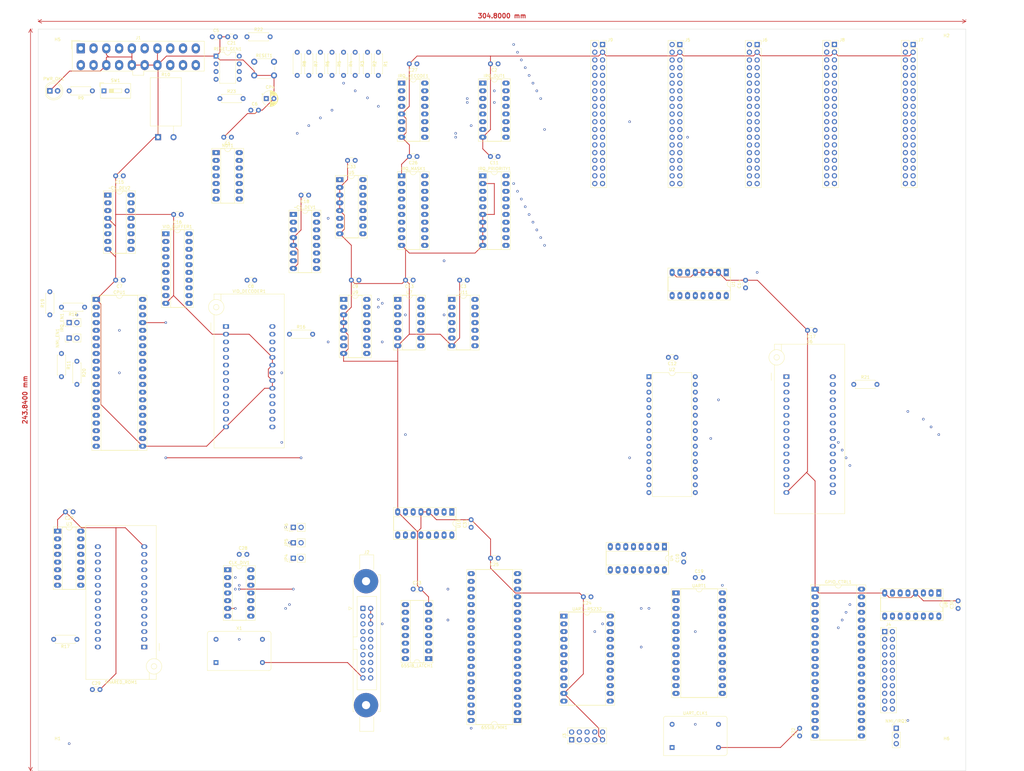
<source format=kicad_pcb>
(kicad_pcb (version 20211014) (generator pcbnew)
  (title_block (title "WolfNet 6502 WBC - Motherboard") (date "2022-05-11") (rev "2.5") (company "WolfNet Computing") (comment 1 "Motherboard for the WolfNet 65C02-based WorkBench Computer.") (comment 2 "CODENAME: Wolfe-1"))
  (layers (0 "F.Cu" power "GND1.Cu") (1 "In1.Cu" mixed "VCC.Cu") (2 "In2.Cu" mixed "V1.Cu") (3 "In3.Cu" mixed "H1.Cu") (4 "In4.Cu" mixed "V2.Cu") (5 "In5.Cu" signal "H2.Cu") (6 "In6.Cu" signal "12v.Cu") (31 "B.Cu" power "GND2.Cu") (34 "B.Paste" user) (35 "F.Paste" user) (36 "B.SilkS" user "B.Silkscreen") (37 "F.SilkS" user "F.Silkscreen") (38 "B.Mask" user) (39 "F.Mask" user) (44 "Edge.Cuts" user))
  (net 0 "")
  (net 1 "GND")
  (net 2 "RAM1_EN")
  (net 3 "RAM2_EN")
  (net 4 "RAM3_EN")
  (net 5 "RAM4_EN")
  (net 6 "ROM1_EN")
  (net 7 "ROM2_EN")
  (net 8 "ROM3_EN")
  (net 9 "ROM4_EN")
  (net 10 "Net-(65SIB/MM1-Pad10)")
  (net 11 "Net-(65SIB/MM1-Pad11)")
  (net 12 "Net-(65SIB/MM1-Pad12)")
  (net 13 "Net-(65SIB/MM1-Pad13)")
  (net 14 "~{CONF}")
  (net 15 "65SIB_MOSI")
  (net 16 "65SIB_MISO")
  (net 17 "65SIB_CLK")
  (net 20 "VCC")
  (net 21 "~{IRQ2}")
  (net 22 "R\\~{W}")
  (net 23 "CS_DEV")
  (net 24 "CS_65SIB")
  (net 25 "PHI2")
  (net 26 "MEM_D7")
  (net 27 "MEM_D6")
  (net 28 "MEM_D5")
  (net 29 "MEM_D4")
  (net 30 "MEM_D3")
  (net 31 "MEM_D2")
  (net 32 "MEM_D1")
  (net 33 "MEM_D0")
  (net 34 "~{RESET}")
  (net 35 "A3")
  (net 36 "A2")
  (net 37 "A1")
  (net 38 "A0")
  (net 40 "~{65SIB_IRQ}")
  (net 41 "~{CS_65SIB}")
  (net 42 "~{SEL7}")
  (net 43 "~{SEL6}")
  (net 44 "~{SEL5}")
  (net 45 "~{SEL4}")
  (net 46 "~{SEL3}")
  (net 47 "~{SEL2}")
  (net 48 "~{SEL1}")
  (net 50 "Net-(C5-Pad1)")
  (net 51 "Net-(C6-Pad1)")
  (net 52 "Net-(CLK_DIV1-Pad11)")
  (net 53 "8MHz")
  (net 54 "4MHz")
  (net 55 "Net-(CLK_DIV1-Pad12)")
  (net 56 "2MHz")
  (net 57 "Net-(CP4-Pad1)")
  (net 58 "RDY")
  (net 59 "PHI1")
  (net 60 "Net-(CPU1-Pad4)")
  (net 62 "Net-(CPU1-Pad6)")
  (net 63 "SYNC")
  (net 64 "A4")
  (net 65 "A5")
  (net 66 "A6")
  (net 67 "A7")
  (net 68 "A8")
  (net 69 "A9")
  (net 70 "A10")
  (net 71 "A11")
  (net 72 "A12")
  (net 73 "A13")
  (net 74 "A14")
  (net 75 "A15")
  (net 76 "CPU_D7")
  (net 77 "CPU_D6")
  (net 78 "CPU_D5")
  (net 79 "CPU_D4")
  (net 80 "CPU_D3")
  (net 81 "CPU_D2")
  (net 82 "CPU_D1")
  (net 83 "CPU_D0")
  (net 85 "Net-(CPU1-Pad36)")
  (net 86 "CLK")
  (net 87 "GPIO0")
  (net 88 "GPIO1")
  (net 89 "GPIO2")
  (net 90 "GPIO3")
  (net 91 "GPIO4")
  (net 92 "GPIO5")
  (net 93 "GPIO6")
  (net 94 "GPIO7")
  (net 95 "GPIO8")
  (net 96 "GPIO9")
  (net 97 "GPIO10")
  (net 98 "GPIO11")
  (net 99 "GPIO12")
  (net 100 "GPIO13")
  (net 101 "GPIO14")
  (net 102 "GPIO15")
  (net 103 "CB1")
  (net 104 "CB2")
  (net 105 "~{IRQ_DECIDE}")
  (net 106 "~{CS_GPIO}")
  (net 107 "CA2")
  (net 108 "CA1")
  (net 109 "~{IRQ4}")
  (net 110 "~{IRQ5}")
  (net 111 "~{IRQ6}")
  (net 112 "~{IRQ7}")
  (net 113 "Net-(IRQ_DECODE1-Pad6)")
  (net 114 "Net-(IRQ_DECODE1-Pad7)")
  (net 115 "Net-(IRQ_DECODE1-Pad9)")
  (net 116 "~{IRQ0}")
  (net 117 "~{IRQ1}")
  (net 118 "~{IRQ3}")
  (net 119 "Net-(IRQ_DECODE1-Pad14)")
  (net 120 "~{IRQ}")
  (net 121 "Net-(IRQ_MASK1-Pad11)")
  (net 126 "Net-(IRQ_MASK1-Pad16)")
  (net 127 "Net-(IRQ_MASK1-Pad17)")
  (net 128 "Net-(IRQ_MASK1-Pad18)")
  (net 129 "Net-(IRQ_MASK1-Pad19)")
  (net 135 "Net-(IRQ_OUT1-Pad7)")
  (net 136 "Net-(IRQ_PRIORITY1-Pad1)")
  (net 138 "Net-(J1-Pad8)")
  (net 139 "5vSB")
  (net 140 "+12v")
  (net 141 "-12v")
  (net 142 "Net-(J1-Pad14)")
  (net 144 "~{NMI}")
  (net 145 "Net-(NOT1-Pad1)")
  (net 146 "Net-(PWR_OK1-Pad2)")
  (net 147 "Net-(R16-Pad1)")
  (net 148 "Net-(R17-Pad1)")
  (net 149 "Net-(R21-Pad1)")
  (net 151 "Net-(SHARED_ROM1-Pad20)")
  (net 159 "~{RAM_OE}")
  (net 160 "~{RAM_WE}")
  (net 174 "~{CS_UART}")
  (net 182 "Net-(U6-Pad22)")
  (net 183 "Net-(U7-Pad1)")
  (net 184 "Net-(U7-Pad2)")
  (net 186 "Net-(U11-Pad2)")
  (net 203 "Net-(U11-Pad3)")
  (net 208 "DTR_COM_PORT")
  (net 209 "Tx_COM_PORT")
  (net 210 "RTS_COM_PORT")
  (net 211 "CTS_COM_PORT")
  (net 212 "CTS_COM")
  (net 213 "RTS_COM")
  (net 214 "Tx_COM")
  (net 215 "Rx_COM")
  (net 216 "Rx_COM_PORT")
  (net 219 "DTR_COM")
  (net 221 "DCD_COM")
  (net 222 "DCD_COM_PORT")
  (net 226 "DSR_COM")
  (net 227 "DSR_COM_PORT")
  (net 229 "XTL1_COM")
  (footprint "Package_DIP:DIP-40_W15.24mm_Socket_LongPads" (layer "F.Cu") (at 274.315 209.555)
    (fp_text reference "GPIO_CTRL1")
    (fp_text value "WD65C22")
  )
  (footprint "Capacitor_THT:C_Disc_D3.0mm_W1.6mm_P2.50mm" (layer "F.Cu") (at 228.6 133.35 180)
    (fp_text reference "C12")
    (fp_text value "100 nF")
  )
  (footprint "Capacitor_THT:C_Disc_D3.0mm_W1.6mm_P2.50mm" (layer "F.Cu") (at 90.17 107.95 180)
    (fp_text reference "C8")
    (fp_text value "100 nF")
  )
  (footprint "Capacitor_THT:C_Disc_D3.0mm_W1.6mm_P2.50mm" (layer "F.Cu") (at 46.99 73.66 180)
    (fp_text reference "C15")
    (fp_text value "100 nF")
  )
  (footprint "Resistor_THT:R_Axial_DIN0207_L6.3mm_D2.5mm_P7.62mm_Horizontal" (layer "F.Cu") (at 78.74 48.26)
    (fp_text reference "R23")
    (fp_text value "47k Ω")
  )
  (footprint "MountingHole:MountingHole_3.2mm_M3" (layer "F.Cu") (at 317.5 262.89)
    (fp_text reference "H6")
    (fp_text value "MountingHole")
  )
  (footprint "Connector_PinHeader_2.54mm:PinHeader_1x02_P2.54mm_Vertical" (layer "F.Cu") (at 102.87 189.23 90)
    (fp_text reference "JP6")
    (fp_text value "CLK/4")
  )
  (footprint "Resistor_THT:R_Axial_DIN0207_L6.3mm_D2.5mm_P7.62mm_Horizontal" (layer "F.Cu") (at 87.63 27.94)
    (fp_text reference "R22")
    (fp_text value "1M Ω")
  )
  (footprint "Capacitor_THT:C_Disc_D3.0mm_W1.6mm_P2.50mm" (layer "F.Cu") (at 200.66 212.09 180)
    (fp_text reference "C24")
    (fp_text value "100 nF")
  )
  (footprint "Socket:DIP_Socket-28_W11.9_W12.7_W15.24_W17.78_W18.5_3M_228-1277-00-0602J" (layer "F.Cu") (at 80.7375 123.19)
    (fp_text reference "VID_DECODER1")
    (fp_text value "28C64")
  )
  (footprint "Package_DIP:DIP-40_W15.24mm_Socket_LongPads" (layer "F.Cu") (at 38.1 114.3)
    (fp_text reference "CPU1")
    (fp_text value "WD65C02")
  )
  (footprint "Package_DIP:DIP-16_W7.62mm_Socket_LongPads" (layer "F.Cu") (at 119.39 114.29)
    (fp_text reference "U9")
    (fp_text value "74HCT138")
  )
  (footprint "PC:Expansion_Connector_Motherboard" (layer "F.Cu") (at 255.27 30.49)
    (fp_text reference "J6")
    (fp_text value "Expansion_Connector")
  )
  (footprint "Resistor_THT:R_Axial_DIN0207_L6.3mm_D2.5mm_P7.62mm_Horizontal" (layer "F.Cu") (at 107.95 33.02 -90)
    (fp_text reference "R7")
    (fp_text value "3.3k Ω")
  )
  (footprint "Capacitor_THT:C_Disc_D3.0mm_W1.6mm_P2.50mm" (layer "F.Cu") (at 82.51 60.96 180)
    (fp_text reference "C1")
    (fp_text value "100 nF")
  )
  (footprint "Capacitor_THT:C_Disc_D3.0mm_W1.6mm_P2.50mm" (layer "F.Cu") (at 161.29 189.23 90)
    (fp_text reference "C31")
    (fp_text value "100 nF")
  )
  (footprint "Resistor_THT:R_Axial_DIN0207_L6.3mm_D2.5mm_P7.62mm_Horizontal" (layer "F.Cu") (at 31.75 226.06 180)
    (fp_text reference "R17")
    (fp_text value "3.3k Ω")
  )
  (footprint "Connector_PinHeader_2.54mm:PinHeader_2x11_P2.54mm_Vertical" (layer "F.Cu") (at 297.175 223.52)
    (fp_text reference "J4")
    (fp_text value "GPIO_Connector")
  )
  (footprint "Capacitor_THT:C_Disc_D3.0mm_W1.6mm_P2.50mm" (layer "F.Cu") (at 107.91 80.01 180)
    (fp_text reference "C18")
    (fp_text value "100 nF")
  )
  (footprint "Socket:DIP_Socket-28_W11.9_W12.7_W15.24_W17.78_W18.5_3M_228-1277-00-0602J" (layer "F.Cu") (at 53.8825 228.6 180)
    (fp_text reference "SHARED_ROM1")
    (fp_text value "28C64")
  )
  (footprint "Capacitor_THT:C_Disc_D3.0mm_W1.6mm_P2.50mm" (layer "F.Cu") (at 88.9 52.07)
    (fp_text reference "C6")
    (fp_text value "0.01uF")
  )
  (footprint "Package_DIP:DIP-40_W15.24mm_Socket_LongPads" (layer "F.Cu") (at 176.535 252.725 180)
    (fp_text reference "65SIB/MM1")
    (fp_text value "WD65C22")
  )
  (footprint "Resistor_THT:R_Axial_DIN0207_L6.3mm_D2.5mm_P7.62mm_Horizontal" (layer "F.Cu") (at 287.02 142.24)
    (fp_text reference "R21")
    (fp_text value "3.3k Ω")
  )
  (footprint "Connector_IDC:IDC-Header_2x10-1MP_P2.54mm_Latch6.5mm_Vertical" (layer "F.Cu") (at 125.74 215.89)
    (fp_text reference "J2")
    (fp_text value "65SIB_Connector")
  )
  (footprint "Resistor_THT:R_Axial_DIN0207_L6.3mm_D2.5mm_P7.62mm_Horizontal" (layer "F.Cu") (at 34.29 116.84 180)
    (fp_text reference "R18")
    (fp_text value "3.3k Ω")
  )
  (footprint "Package_DIP:DIP-16_W7.62mm_Socket_LongPads" (layer "F.Cu") (at 245.12 105.42 -90)
    (fp_text reference "U1")
    (fp_text value "74HCT138")
  )
  (footprint "Resistor_THT:R_Axial_DIN0207_L6.3mm_D2.5mm_P7.62mm_Horizontal" (layer "F.Cu") (at 22.86 119.38 90)
    (fp_text reference "R19")
    (fp_text value "3.3k Ω")
  )
  (footprint "Connector_PinHeader_2.54mm:PinHeader_1x02_P2.54mm_Vertical" (layer "F.Cu") (at 102.87 199.39 90)
    (fp_text reference "JP4")
    (fp_text value "CLK/1")
  )
  (footprint "Package_TO_SOT_THT:TO-220-2_Horizontal_TabDown" (layer "F.Cu") (at 58.42 60.96)
    (fp_text reference "R10")
    (fp_text value "PWR220T-20-5R00J")
  )
  (footprint "Package_DIP:DIP-14_W7.62mm_Socket_LongPads" (layer "F.Cu") (at 81.29 203.195)
    (fp_text reference "CLK_DIV1")
    (fp_text value "74HCT74")
  )
  (footprint "Resistor_THT:R_Axial_DIN0207_L6.3mm_D2.5mm_P7.62mm_Horizontal" (layer "F.Cu") (at 36.83 45.72 180)
    (fp_text reference "R9")
    (fp_text value "220 Ω")
  )
  (footprint "Resistor_THT:R_Axial_DIN0207_L6.3mm_D2.5mm_P7.62mm_Horizontal" (layer "F.Cu") (at 101.6 125.73)
    (fp_text reference "R16")
    (fp_text value "3.3k Ω")
  )
  (footprint "Connector_Molex:Molex_Mini-Fit_Jr_5566-20A_2x10_P4.20mm_Vertical" (layer "F.Cu") (at 33.02 31.75)
    (fp_text reference "J1")
    (fp_text value "ATX-20")
  )
  (footprint "Package_DIP:DIP-20_W7.62mm_Socket_LongPads" (layer "F.Cu") (at 138.44 73.665)
    (fp_text reference "IRQ_MASK1")
    (fp_text value "74HCT574")
  )
  (footprint "Capacitor_THT:CP_Radial_D5.0mm_P2.50mm" (layer "F.Cu") (at 93.98 48.26)
    (fp_text reference "CP4")
    (fp_text value "10uF")
  )
  (footprint "MountingHole:MountingHole_3.2mm_M3" (layer "F.Cu") (at 25.4 33.02)
    (fp_text reference "H5")
    (fp_text value "MountingHole")
  )
  (footprint "Capacitor_THT:C_Disc_D3.0mm_W1.6mm_P2.50mm" (layer "F.Cu") (at 231.14 200.62 90)
    (fp_text reference "C10")
    (fp_text value "100 nF")
  )
  (footprint "Resistor_THT:R_Axial_DIN0207_L6.3mm_D2.5mm_P7.62mm_Horizontal" (layer "F.Cu") (at 104.14 33.02 -90)
    (fp_text reference "R8")
    (fp_text value "3.3k Ω")
  )
  (footprint "Capacitor_THT:C_Disc_D3.0mm_W1.6mm_P2.50mm" (layer "F.Cu") (at 85.09 198.12)
    (fp_text reference "C28")
    (fp_text value "100 nF")
  )
  (footprint "PC:Expansion_Connector_Motherboard" (layer "F.Cu") (at 306.52 30.48)
    (fp_text reference "J7")
    (fp_text value "Expansion_Connector")
  )
  (footprint "Capacitor_THT:C_Disc_D3.0mm_W1.6mm_P2.50mm" (layer "F.Cu") (at 170.14 36.83 180)
    (fp_text reference "C2")
    (fp_text value "100 nF")
  )
  (footprint "Package_DIP:DIP-20_W7.62mm_Socket_LongPads" (layer "F.Cu") (at 165.11 73.665)
    (fp_text reference "IRQ_PRIORITY1")
    (fp_text value "74HCT574")
  )
  (footprint "Package_DIP:DIP-16_W7.62mm_Socket_LongPads" (layer "F.Cu") (at 224.8 195.59 -90)
    (fp_text reference "U4")
    (fp_text value "74HCT138")
  )
  (footprint "Package_DIP:DIP-8_W7.62mm" (layer "F.Cu") (at 77.48 34.3)
    (fp_text reference "RESET_GEN1")
    (fp_text value "NE555P")
  )
  (footprint "Capacitor_THT:C_Disc_D3.0mm_W1.6mm_P2.50mm" (layer "F.Cu") (at 170.14 67.31 180)
    (fp_text reference "C11")
    (fp_text value "100 nF")
  )
  (footprint "PC:Expansion_Connector_Motherboard" (layer "F.Cu") (at 229.87 30.49)
    (fp_text reference "J5")
    (fp_text value "Expansion_Connector")
  )
  (footprint "Package_DIP:DIP-16_W7.62mm_Socket_LongPads" (layer "F.Cu") (at 165.11 43.17)
    (fp_text reference "IRQ_OUT1")
    (fp_text value "74HCT85")
  )
  (footprint "Package_DIP:DIP-16_W7.62mm_Socket_LongPads" (layer "F.Cu") (at 147.32 232.41 180)
    (fp_text reference "65SIB_LATCH1")
    (fp_text value "74HCT137")
  )
  (footprint "Capacitor_THT:C_Disc_D3.0mm_W1.6mm_P2.50mm" (layer "F.Cu") (at 269.24 257.81 90)
    (fp_text reference "C22")
    (fp_text value "100 nF")
  )
  (footprint "Capacitor_THT:C_Disc_D3.0mm_W1.6mm_P2.50mm" (layer "F.Cu") (at 143.51 67.31 180)
    (fp_text reference "C26")
    (fp_text value "100 nF")
  )
  (footprint "Package_DIP:DIP-32_W15.24mm" (layer "F.Cu") (at 219.705 139.7)
    (fp_text reference "U2")
    (fp_text value "AS6C4008-55PCN")
  )
  (footprint "Capacitor_THT:C_Disc_D3.0mm_W1.6mm_P2.50mm" (layer "F.Cu") (at 234.945 205.74)
    (fp_text reference "C19")
    (fp_text value "100 nF")
  )
  (footprint "Capacitor_THT:C_Disc_D3.0mm_W1.6mm_P2.50mm" (layer "F.Cu") (at 160.02 107.95 180)
    (fp_text reference "C3")
    (fp_text value "100 nF")
  )
  (footprint "Resistor_THT:R_Axial_DIN0207_L6.3mm_D2.5mm_P7.62mm_Horizontal" (layer "F.Cu") (at 119.38 33.02 -90)
    (fp_text reference "R4")
    (fp_text value "3.3k Ω")
  )
  (footprint "Capacitor_THT:C_Disc_D3.0mm_W1.6mm_P2.50mm" (layer "F.Cu") (at 170.185 199.385 180)
    (fp_text reference "C25")
    (fp_text value "100 nF")
  )
  (footprint "Package_DIP:DIP-16_W7.62mm_Socket_LongPads" (layer "F.Cu") (at 41.92 80)
    (fp_text reference "~CS_DEV2")
    (fp_text value "74HCT138")
  )
  (footprint "Socket:DIP_Socket-32_W11.9_W12.7_W15.24_W17.78_W18.5_3M_232-1285-00-0602J" (layer "F.Cu") (at 264.8875 139.7)
    (fp_text reference "U6")
    (fp_text value "28C010")
  )
  (footprint "Capacitor_THT:C_Disc_D3.0mm_W1.6mm_P2.50mm" (layer "F.Cu") (at 36.83 242.57)
    (fp_text reference "C29")
    (fp_text value "100 nF")
  )
  (footprint "Resistor_THT:R_Axial_DIN0207_L6.3mm_D2.5mm_P7.62mm_Horizontal" (layer "F.Cu") (at 123.19 33.02 -90)
    (fp_text reference "R3")
    (fp_text value "3.3k Ω")
  )
  (footprint "Package_DIP:DIP-24_W15.24mm_Socket_LongPads" (layer "F.Cu") (at 191.765 218.435)
    (fp_text reference "UART-RS232")
    (fp_text value "MAX235")
  )
  (footprint "Capacitor_THT:C_Disc_D3.0mm_W1.6mm_P2.50mm" (layer "F.Cu") (at 251.46 110.49 90)
    (fp_text reference "C14")
    (fp_text value "100 nF")
  )
  (footprint "Capacitor_THT:C_Disc_D3.0mm_W1.6mm_P2.50mm" (layer "F.Cu") (at 143.47 36.83 180)
    (fp_text reference "C27")
    (fp_text value "100 nF")
  )
  (footprint "Button_Switch_THT:SW_DIP_SPSTx01_Slide_9.78x4.72mm_W7.62mm_P2.54mm" (layer "F.Cu") (at 40.64 45.72)
    (fp_text reference "SW1")
    (fp_text value "SW_SPST")
  )
  (footprint "Package_DIP:DIP-14_W7.62mm_Socket_LongPads" (layer "F.Cu") (at 154.94 114.3)
    (fp_text reference "U11")
    (fp_text value "74HCT02")
  )
  (footprint "Package_DIP:DIP-16_W7.62mm_Socket_LongPads" (layer "F.Cu") (at 118.12 74.92)
    (fp_text reference "U5")
    (fp_text value "74HCT138")
  )
  (footprint "Resistor_THT:R_Axial_DIN0207_L6.3mm_D2.5mm_P7.62mm_Horizontal" (layer "F.Cu") (at 130.81 33.02 -90)
    (fp_text reference "R1")
    (fp_text value "3.3k Ω")
  )
  (footprint "Connector_PinHeader_2.54mm:PinHeader_1x03_P2.54mm_Vertical" (layer "F.Cu") (at 300.99 255.285)
    (fp_text reference "NMI/IRQ1")
    (fp_text value "SW")
  )
  (footprint "PC:Expansion_Connector_Motherboard" (layer "F.Cu") (at 204.47 30.48)
    (fp_text reference "J9")
    (fp_text value "Expansion_Connector")
  )
  (footprint "PC:DB9_Header" (layer "F.Cu") (at 194.31 259.08 90)
    (fp_text reference "J3")
    (fp_text value "DB9_Header")
  )
  (footprint "Package_DIP:DIP-16_W7.62mm_Socket_LongPads" (layer "F.Cu") (at 154.95 184.16 -90)
    (fp_text reference "U10")
    (fp_text value "74HCT138")
  )
  (footprint "Package_DIP:DIP-14_W7.62mm_Socket_LongPads" (layer "F.Cu") (at 77.48 66.035)
    (fp_text reference "NOT1")
    (fp_text value "74HCT04")
  )
  (footprint "Oscillator:Oscillator_DIP-14" (layer "F.Cu") (at 227.33 261.62)
    (fp_text reference "UART_CLK1")
    (fp_text value "ACO-1.8432MHz")
  )
  (footprint "Oscillator:Oscillator_DIP-14" (layer "F.Cu") (at 77.47 233.68)
    (fp_text reference "X1")
    (fp_text value "ACO-8MHz")
  )
  (footprint "LED_THT:LED_D5.0mm" (layer "F.Cu") (at 22.86 45.72)
    (fp_text reference "PWR_OK1")
    (fp_text value "LED")
  )
  (footprint "Capacitor_THT:C_Disc_D3.0mm_W1.6mm_P2.50mm" (layer "F.Cu") (at 83.82 27.94 180)
    (fp_text reference "C21")
    (fp_text value "100 nF")
  )
  (footprint "Connector_PinHeader_2.54mm:PinHeader_1x02_P2.54mm_Vertical" (layer "F.Cu") (at 29.21 121.92 90)
    (fp_text reference "IRQ_EN1")
    (fp_text value "IRQ_EN")
  )
  (footprint "Capacitor_THT:C_Disc_D3.0mm_W1.6mm_P2.50mm" (layer "F.Cu") (at 124.42 107.95 180)
    (fp_text reference "C9")
    (fp_text value "100 nF")
  )
  (footprint "Connector_PinHeader_2.54mm:PinHeader_1x02_P2.54mm_Vertical" (layer "F.Cu") (at 102.87 194.31 90)
    (fp_text reference "JP5")
    (fp_text value "CLK/2")
  )
  (footprint "Package_DIP:DIP-16_W7.62mm_Socket_LongPads" (layer "F.Cu") (at 25.41 190.49)
    (fp_text reference "U3")
    (fp_text value "74HCT138")
  )
  (footprint "Capacitor_THT:C_Disc_D3.0mm_W1.6mm_P2.50mm" (layer "F.Cu") (at 321.31 215.9 90)
    (fp_text reference "C30")
    (fp_text value "100 nF")
  )
  (footprint "Package_DIP:DIP-16_W7.62mm_Socket_LongPads" (layer "F.Cu") (at 102.88 86.35)
    (fp_text reference "~CS_DEV1")
    (fp_text value "74HCT138")
  )
  (footprint "Capacitor_THT:C_Disc_D3.0mm_W1.6mm_P2.50mm" (layer "F.Cu") (at 123.19 68.58 180)
    (fp_text reference "C33")
    (fp_text value "100 nF")
  )
  (footprint "PC:Expansion_Connector_Motherboard" (layer "F.Cu") (at 280.67 30.465)
    (fp_text reference "J8")
    (fp_text value "Expansion_Connector")
  )
  (footprint "Package_DIP:DIP-16_W7.62mm_Socket_LongPads" (layer "F.Cu") (at 138.44 43.17)
    (fp_text reference "IRQ_DECODE1")
    (fp_text value "74HCT148")
  )
  (footprint "Package_DIP:DIP-16_W7.62mm_Socket_LongPads" (layer "F.Cu") (at 314.97 210.83 -90)
    (fp_text reference "U8")
    (fp_text value "74HCT138")
  )
  (footprint "Package_DIP:DIP-28_W15.24mm_Socket_LongPads" (layer "F.Cu") (at 228.595 210.805)
    (fp_text reference "UART1")
    (fp_text value "W65C51")
  )
  (footprint "Resistor_THT:R_Axial_DIN0207_L6.3mm_D2.5mm_P7.62mm_Horizontal" (layer "F.Cu") (at 127.23 33.02 -90)
    (fp_text reference "R2")
    (fp_text value "3.3k Ω")
  )
  (footprint "Capacitor_THT:C_Disc_D3.0mm_W1.6mm_P2.50mm" (layer "F.Cu") (at 142.24 107.95 180)
    (fp_text reference "C13")
    (fp_text value "100 nF")
  )
  (footprint "MountingHole:MountingHole_3.2mm_M3" (layer "F.Cu") (at 25.4 262.89)
    (fp_text reference "H1")
    (fp_text value "MountingHole")
  )
  (footprint "Capacitor_THT:C_Disc_D3.0mm_W1.6mm_P2.50mm" (layer "F.Cu") (at 142.25 209.54)
    (fp_text reference "C23")
    (fp_text value "100 nF")
  )
  (footprint "Resistor_THT:R_Axial_DIN0207_L6.3mm_D2.5mm_P7.62mm_Horizontal" (layer "F.Cu") (at 26.67 132.08 -90)
    (fp_text reference "R11")
    (fp_text value "3.3k Ω")
  )
  (footprint "Resistor_THT:R_Axial_DIN0207_L6.3mm_D2.5mm_P7.62mm_Horizontal" (layer "F.Cu") (at 111.76 33.02 -90)
    (fp_text reference "R6")
    (fp_text value "3.3k Ω")
  )
  (footprint "Resistor_THT:R_Axial_DIN0207_L6.3mm_D2.5mm_P7.62mm_Horizontal" (layer "F.Cu") (at 115.57 33.02 -90)
    (fp_text reference "R5")
    (fp_text value "3.3k Ω")
  )
  (footprint "Resistor_THT:R_Axial_DIN0207_L6.3mm_D2.5mm_P7.62mm_Horizontal" (layer "F.Cu") (at 31.75 134.62 -90)
    (fp_text reference "R20")
    (fp_text value "3.3k Ω")
  )
  (footprint "Button_Switch_THT:SW_PUSH_6mm_H4.3mm" (layer "F.Cu") (at 90.02 36.14)
    (fp_text reference "RESET1")
    (fp_text value "PROCESSOR RESET")
  )
  (footprint "Capacitor_THT:C_Disc_D3.0mm_W1.6mm_P2.50mm" (layer "F.Cu") (at 76.24 27.94)
    (fp_text reference "C5")
    (fp_text value "0.1uF")
  )
  (footprint "Capacitor_THT:C_Disc_D3.0mm_W1.6mm_P2.50mm" (layer "F.Cu") (at 46.99 107.95 180)
    (fp_text reference "C7")
    (fp_text value "100 nF")
  )
  (footprint "Capacitor_THT:C_Disc_D3.0mm_W1.6mm_P2.50mm" (layer "F.Cu") (at 66.04 86.36 180)
    (fp_text reference "C16")
    (fp_text value "100 nF")
  )
  (footprint "Capacitor_THT:C_Disc_D3.0mm_W1.6mm_P2.50mm" (layer "F.Cu") (at 274.32 124.46 180)
    (fp_text reference "C17")
    (fp_text value "100 nF")
  )
  (footprint "Capacitor_THT:C_Disc_D3.0mm_W1.6mm_P2.50mm" (layer "F.Cu") (at 30.48 184.15 180)
    (fp_text reference "C20")
    (fp_text value "100 nF")
  )
  (footprint "MountingHole:MountingHole_3.2mm_M3" (layer "F.Cu") (at 317.5 31.75)
    (fp_text reference "H2")
    (fp_text value "MountingHole")
  )
  (footprint "Connector_PinHeader_2.54mm:PinHeader_1x02_P2.54mm_Vertical" (layer "F.Cu") (at 29.21 127 90)
    (fp_text reference "NMI_EN1")
    (fp_text value "NMI_EN")
  )
  (footprint "Package_DIP:DIP-20_W7.62mm_Socket_LongPads" (layer "F.Cu") (at 60.97 92.715)
    (fp_text reference "VID_BUFFER1")
    (fp_text value "74HCT541")
  )
  (footprint "Package_DIP:DIP-14_W7.62mm_Socket_LongPads" (layer "F.Cu") (at 137.17 114.295)
    (fp_text reference "U7")
    (fp_text value "74HCT08")
  )
  (gr_line (start 19.05 269.24) (end 323.85 269.24) (layer "Edge.Cuts") (width 0.1))
  (gr_line (start 323.85 269.24) (end 323.85 25.4) (layer "Edge.Cuts") (width 0.1))
  (gr_line (start 323.85 25.4) (end 19.05 25.4) (layer "Edge.Cuts") (width 0.1))
  (gr_line (start 19.05 25.4) (end 19.05 269.24) (layer "Edge.Cuts") (width 0.1))
  (dimension (type aligned) (layer "F.Cu") (pts (xy 16.51 25.4) (xy 16.51 269.24)) (height 0) (gr_text "243.8400 mm" (at 14.71 147.32 90) (layer "F.Cu") (effects (font (size 1.5 1.5) (thickness 0.3)))) (format (units 3) (units_format 1) (precision 4)) (style (thickness 0.2) (arrow_length 1.27) (text_position_mode 0) (extension_height 0.58642) (extension_offset 0.5) keep_text_aligned))
  (dimension (type aligned) (layer "F.Cu") (pts (xy 19.05 22.86) (xy 323.85 22.86)) (height 0) (gr_text "304.8000 mm" (at 171.45 21.06) (layer "F.Cu") (effects (font (size 1.5 1.5) (thickness 0.3)))) (format (units 3) (units_format 1) (precision 4)) (style (thickness 0.2) (arrow_length 1.27) (text_position_mode 0) (extension_height 0.58642) (extension_offset 0.5) keep_text_aligned))
  (segment (start 25.41 190.49) (end 25.41 186.72) (width 0.25) (layer "F.Cu") (net 1))
  (segment (start 256.419511 34.179511) (end 279.495489 34.179511) (width 0.25) (layer "F.Cu") (net 1))
  (segment (start 96.52 48.22) (end 96.48 48.26) (width 0.25) (layer "F.Cu") (net 1))
  (segment (start 228.86452 106.94452) (end 227.34 105.42) (width 0.25) (layer "F.Cu") (net 1))
  (segment (start 63.54 113.005) (end 63.54 86.36) (width 0.25) (layer "F.Cu") (net 1))
  (segment (start 80.01 60.96) (end 87.775489 53.194511) (width 0.25) (layer "F.Cu") (net 1))
  (segment (start 204.47 259.08) (end 203.2 257.81) (width 0.25) (layer "F.Cu") (net 1))
  (segment (start 271.82 124.46) (end 271.82 170.8675) (width 0.25) (layer "F.Cu") (net 1))
  (segment (start 167.64 34.29) (end 143.51 34.29) (width 0.25) (layer "F.Cu") (net 1))
  (segment (start 275.59 210.83) (end 297.19 210.83) (width 0.25) (layer "F.Cu") (net 1))
  (segment (start 121.92 107.95) (end 123.044511 109.074511) (width 0.25) (layer "F.Cu") (net 1))
  (segment (start 94.65298 139.64548) (end 95.9775 140.97) (width 0.25) (layer "F.Cu") (net 1))
  (segment (start 88.3575 125.73) (end 95.9775 133.35) (width 0.25) (layer "F.Cu") (net 1))
  (segment (start 96.52 40.64) (end 96.52 48.22) (width 0.25) (layer "F.Cu") (net 1))
  (segment (start 165.11 60.95) (end 165.11 64.78) (width 0.25) (layer "F.Cu") (net 1))
  (segment (start 53.34 162.56) (end 74.3875 162.56) (width 0.25) (layer "F.Cu") (net 1))
  (segment (start 140.97 36.83) (end 140.97 50.8) (width 0.25) (layer "F.Cu") (net 1))
  (segment (start 78.74 27.94) (end 78.74 33.04) (width 0.25) (layer "F.Cu") (net 1))
  (segment (start 242.58 105.42) (end 234.96 105.42) (width 0.25) (layer "F.Cu") (net 1))
  (segment (start 140.97 99.06) (end 139.74 97.83) (width 0.25) (layer "F.Cu") (net 1))
  (segment (start 139.96452 54.85452) (end 138.44 53.33) (width 0.25) (layer "F.Cu") (net 1))
  (segment (start 61.17 34.3) (end 58.22 37.25) (width 0.25) (layer "F.Cu") (net 1))
  (segment (start 168.905 86.365) (end 165.11 86.365) (width 0.25) (layer "F.Cu") (net 1))
  (segment (start 96.52 40.64) (end 90.02 40.64) (width 0.25) (layer "F.Cu") (net 1))
  (segment (start 102.88 104.13) (end 104.40452 102.60548) (width 0.25) (layer "F.Cu") (net 1))
  (segment (start 33.19548 189.36548) (end 27.98 184.15) (width 0.25) (layer "F.Cu") (net 1))
  (segment (start 271.50875 171.17875) (end 264.8875 177.8) (width 0.25) (layer "F.Cu") (net 1))
  (segment (start 305.82548 212.35452) (end 298.71452 212.35452) (width 0.25) (layer "F.Cu") (net 1))
  (segment (start 305.345489 34.194511) (end 306.52 33.02) (width 0.25) (layer "F.Cu") (net 1))
  (segment (start 87.775489 53.194511) (end 90.275489 53.194511) (width 0.25) (layer "F.Cu") (net 1))
  (segment (start 94.65298 137.21452) (end 94.65298 139.64548) (width 0.25) (layer "F.Cu") (net 1))
  (segment (start 119.39 119.37) (end 119.39 124.45) (width 0.25) (layer "F.Cu") (net 1))
  (segment (start 92.67 52.07) (end 91.4 52.07) (width 0.25) (layer "F.Cu") (net 1))
  (segment (start 39.62452 148.84452) (end 39.62452 115.82452) (width 0.25) (layer "F.Cu") (net 1))
  (segment (start 39.33 242.57) (end 44.58548 237.31452) (width 0.25) (layer "F.Cu") (net 1))
  (segment (start 203.2 255.27) (end 191.765 243.835) (width 0.25) (layer "F.Cu") (net 1))
  (segment (start 96.48 48.26) (end 92.67 52.07) (width 0.25) (layer "F.Cu") (net 1))
  (segment (start 95.9775 143.51) (end 93.4375 143.51) (width 0.25) (layer "F.Cu") (net 1))
  (segment (start 78.74 35.56) (end 77.48 34.3) (width 0.25) (layer "F.Cu") (net 1))
  (segment (start 119.39 119.37) (end 121.92 116.84) (width 0.25) (layer "F.Cu") (net 1))
  (segment (start 198.16 237.44) (end 198.16 212.09) (width 0.25) (layer "F.Cu") (net 1))
  (segment (start 121.92 107.95) (end 121.92 96.5) (width 0.25) (layer "F.Cu") (net 1))
  (segment (start 139.96452 59.42548) (end 139.96452 54.85452) (width 0.25) (layer "F.Cu") (net 1))
  (segment (start 203.2 34.29) (end 167.64 34.29) (width 0.25) (layer "F.Cu") (net 1))
  (segment (start 228.695489 34.204511) (end 229.87 33.03) (width 0.25) (layer "F.Cu") (net 1))
  (segment (start 95.9775 140.97) (end 95.9775 143.51) (width 0.25) (layer "F.Cu") (net 1))
  (segment (start 39.62452 115.82452) (end 38.1 114.3) (width 0.25) (layer "F.Cu") (net 1))
  (segment (start 92.71 233.68) (end 120.67 233.68) (width 0.25) (layer "F.Cu") (net 1))
  (segment (start 147.32 212.11) (end 144.75 209.54) (width 0.25) (layer "F.Cu") (net 1))
  (segment (start 53.8825 195.58) (end 47.66798 189.36548) (width 0.25) (layer "F.Cu") (net 1))
  (segment (start 140.97 125.735) (end 151.135 125.735) (width 0.25) (layer "F.Cu") (net 1))
  (segment (start 167.685 193.125) (end 161.29 186.73) (width 0.25) (layer "F.Cu") (net 1))
  (segment (start 80.7375 125.73) (end 88.3575 125.73) (width 0.25) (layer "F.Cu") (net 1))
  (segment (start 41.42 34.78) (end 41.62 34.58) (width 0.25) (layer "F.Cu") (net 1))
  (segment (start 205.654511 34.204511) (end 228.695489 34.204511) (width 0.25) (layer "F.Cu") (net 1))
  (segment (start 41.42 31.75) (end 41.42 33.8) (width 0.25) (layer "F.Cu") (net 1))
  (segment (start 137.17 184.16) (end 137.17 134.63) (width 0.25) (layer "F.Cu") (net 1))
  (segment (start 203.2 257.81) (end 203.2 255.27) (width 0.25) (layer "F.Cu") (net 1))
  (segment (start 165.11 64.78) (end 167.64 67.31) (width 0.25) (layer "F.Cu") (net 1))
  (segment (start 143.66548 190.65548) (end 137.17 184.16) (width 0.25) (layer "F.Cu") (net 1))
  (segment (start 242.57 261.62) (end 262.93 261.62) (width 0.25) (layer "F.Cu") (net 1))
  (segment (start 128.28 215.89) (end 128.28 220.97) (width 0.25) (layer "F.Cu") (net 1))
  (segment (start 167.64 58.42) (end 167.64 36.83) (width 0.25) (layer "F.Cu") (net 1))
  (segment (start 120.67 233.68) (end 125.74 238.75) (width 0.25) (layer "F.Cu") (net 1))
  (segment (start 90.02 39.225787) (end 86.354213 35.56) (width 0.25) (layer "F.Cu") (net 1))
  (segment (start 168.91 76.21) (end 168.91 86.36) (width 0.25) (layer "F.Cu") (net 1))
  (segment (start 44.49 107.95) (end 44.49 100.35) (width 0.25) (layer "F.Cu") (net 1))
  (segment (start 298.71452 212.35452) (end 297.19 210.83) (width 0.25) (layer "F.Cu") (net 1))
  (segment (start 44.49 86.4) (end 44.53 86.36) (width 0.25) (layer "F.Cu") (net 1))
  (segment (start 118.12 85.08) (end 119.64452 86.60452) (width 0.25) (layer "F.Cu") (net 1))
  (segment (start 29.35548 39.22452) (end 39.44548 39.22452) (width 0.25) (layer "F.Cu") (net 1))
  (segment (start 120.91452 125.97452) (end 119.39 124.45) (width 0.25) (layer "F.Cu") (net 1))
  (segment (start 251.46 107.99) (end 255.35 107.99) (width 0.25) (layer "F.Cu") (net 1))
  (segment (start 57.19 60.96) (end 58.42 60.96) (width 0.25) (layer "F.Cu") (net 1))
  (segment (start 254.095489 34.204511) (end 255.27 33.03) (width 0.25) (layer "F.Cu") (net 1))
  (segment (start 139.74 107.95) (end 140.97 109.18) (width 0.25) (layer "F.Cu") (net 1))
  (segment (start 140.97 125.735) (end 137.17 129.535) (width 0.25) (layer "F.Cu") (net 1))
  (segment (start 22.86 45.72) (end 29.35548 39.22452) (width 0.25) (layer "F.Cu") (net 1))
  (segment (start 90.02 40.64) (end 90.02 39.225787) (width 0.25) (layer "F.Cu") (net 1))
  (segment (start 42.2 34.58) (end 49.82 34.58) (width 0.25) (layer "F.Cu") (net 1))
  (segment (start 280.67 33.005) (end 281.859511 34.194511) (width 0.25) (layer "F.Cu") (net 1))
  (segment (start 157.52 107.95) (end 157.52 126.96) (width 0.25) (layer "F.Cu") (net 1))
  (segment (start 102.88 93.97) (end 105.41 91.44) (width 0.25) (layer "F.Cu") (net 1))
  (segment (start 167.685 199.385) (end 167.685 193.125) (width 0.25) (layer "F.Cu") (net 1))
  (segment (start 95.9775 135.89) (end 94.65298 137.21452) (width 0.25) (layer "F.Cu") (net 1))
  (segment (start 119.39 134.61) (end 119.39 132.07) (width 0.25) (layer "F.Cu") (net 1))
  (segment (start 165.11 60.95) (end 167.64 58.42) (width 0.25) (layer "F.Cu") (net 1))
  (segment (start 161.29 186.73) (end 149.9 186.73) (width 0.25) (layer "F.Cu") (net 1))
  (segment (start 139.74 107.95) (end 139.74 97.83) (width 0.25) (layer "F.Cu") (net 1))
  (segment (start 307.35 210.83) (end 305.82548 212.35452) (width 0.25) (layer "F.Cu") (net 1))
  (segment (start 137.17 129.535) (end 137.17 134.61) (width 0.25) (layer "F.Cu") (net 1))
  (segment (start 86.354213 35.56) (end 78.74 35.56) (width 0.25) (layer "F.Cu") (net 1))
  (segment (start 119.39 132.07) (end 120.91452 130.54548) (width 0.25) (layer "F.Cu") (net 1))
  (segment (start 141.01 67.31) (end 141.01 63.52) (width 0.25) (layer "F.Cu") (net 1))
  (segment (start 168.91 86.36) (end 168.905 86.365) (width 0.25) (layer "F.Cu") (net 1))
  (segment (start 58.22 37.25) (end 49.82 37.25) (width 0.25) (layer "F.Cu") (net 1))
  (segment (start 144.75 209.54) (end 143.66548 208.45548) (width 0.25) (layer "F.Cu") (net 1))
  (segment (start 119.38 134.62) (end 119.39 134.61) (width 0.25) (layer "F.Cu") (net 1))
  (segment (start 165.11 96.525) (end 162.575 99.06) (width 0.25) (layer "F.Cu") (net 1))
  (segment (start 140.97 109.18) (end 140.97 125.735) (width 0.25) (layer "F.Cu") (net 1))
  (segment (start 74.3875 162.56) (end 80.7375 156.21) (width 0.25) (layer "F.Cu") (net 1))
  (segment (start 104.40452 102.60548) (end 104.40452 98.03452) (width 0.25) (layer "F.Cu") (net 1))
  (segment (start 165.11 76.205) (end 168.905 76.205) (width 0.25) (layer "F.Cu") (net 1))
  (segment (start 204.47 33.02) (end 205.654511 34.204511) (width 0.25) (layer "F.Cu") (net 1))
  (segment (start 95.9775 133.35) (end 95.9775 135.89) (width 0.25) (layer "F.Cu") (net 1))
  (segment (start 255.27 33.03) (end 256.419511 34.179511) (width 0.25) (layer "F.Cu") (net 1))
  (segment (start 44.49 90.19) (end 41.92 87.62) (width 0.25) (layer "F.Cu") (net 1))
  (segment (start 76.2 125.73) (end 63.5 113.03) (width 0.25) (layer "F.Cu") (net 1))
  (segment (start 229.87 33.03) (end 231.044511 34.204511) (width 0.25) (layer "F.Cu") (net 1))
  (segment (start 167.64 34.29) (end 167.64 36.83) (width 0.25) (layer "F.Cu") (net 1))
  (segment (start 196.89 210.82) (end 198.16 212.09) (width 0.25) (layer "F.Cu") (net 1))
  (segment (start 44.53 86.36) (end 63.54 86.36) (width 0.25) (layer "F.Cu") (net 1))
  (segment (start 78.74 27.94) (end 81.32 27.94) (width 0.25) (layer "F.Cu") (net 1))
  (segment (start 138.615489 109.074511) (end 139.74 107.95) (width 0.25) (layer "F.Cu") (net 1))
  (segment (start 44.49 73.66) (end 57.19 60.96) (width 0.25) (layer "F.Cu") (net 1))
  (segment (start 49.82 37.25) (end 49.82 34.58) (width 0.25) (layer "F.Cu") (net 1))
  (segment (start 49.82 34.58) (end 49.82 31.75) (width 0.25) (layer "F.Cu") (net 1))
  (segment (start 167.685 202.685311) (end 175.819689 210.82) (width 0.25) (layer "F.Cu") (net 1))
  (segment (start 281.859511 34.194511) (end 305.345489 34.194511) (width 0.25) (layer "F.Cu") (net 1))
  (segment (start 137.17 134.63) (end 137.16 134.62) (width 0.25) (layer "F.Cu") (net 1))
  (segment (start 44.49 100.35) (end 44.49 90.19) (width 0.25) (layer "F.Cu") (net 1))
  (segment (start 168.905 76.205) (end 168.91 76.21) (width 0.25) (layer "F.Cu") (net 1))
  (segment (start 25.41 186.72) (end 27.98 184.15) (width 0.25) (layer "F.Cu") (net 1))
  (segment (start 44.58548 189.36548) (end 33.19548 189.36548) (width 0.25) (layer "F.Cu") (net 1))
  (segment (start 262.93 261.62) (end 269.24 255.31) (width 0.25) (layer "F.Cu") (net 1))
  (segment (start 233.43548 106.94452) (end 228.86452 106.94452) (width 0.25) (layer "F.Cu") (net 1))
  (segment (start 137.17 134.61) (end 137.16 134.62) (width 0.25) (layer "F.Cu") (net 1))
  (segment (start 121.92 116.84) (end 121.92 107.95) (width 0.25) (layer "F.Cu") (net 1))
  (segment (start 191.765 243.835) (end 198.16 237.44) (width 0.25) (layer "F.Cu") (net 1))
  (segment (start 139.74 97.83) (end 139.74 97.825) (width 0.25) (layer "F.Cu") (net 1))
  (segment (start 138.44 60.95) (end 139.96452 59.42548) (width 0.25) (layer "F.Cu") (net 1))
  (segment (start 271.82 170.8675) (end 271.50875 171.17875) (width 0.25) (layer "F.Cu") (net 1))
  (segment (start 234.96 105.42) (end 233.43548 106.94452) (width 0.25) (layer "F.Cu") (net 1))
  (segment (start 139.74 97.825) (end 138.44 96.525) (width 0.25) (layer "F.Cu") (net 1))
  (segment (start 118.12 77.46) (end 120.69 74.89) (width 0.25) (layer "F.Cu") (net 1))
  (segment (start 321.31 213.4) (end 309.92 213.4) (width 0.25) (layer "F.Cu") (net 1))
  (segment (start 44.58548 237.31452) (end 44.58548 189.36548) (width 0.25) (layer "F.Cu") (net 1))
  (segment (start 60.97 115.575) (end 63.54 113.005) (width 0.25) (layer "F.Cu") (net 1))
  (segment (start 58.22 31.75) (end 58.22 37.25) (width 0.25) (layer "F.Cu") (net 1))
  (segment (start 44.49 100.35) (end 41.92 97.78) (width 0.25) (layer "F.Cu") (net 1))
  (segment (start 204.47 33.02) (end 203.2 34.29) (width 0.25) (layer "F.Cu") (net 1))
  (segment (start 41.42 33.8) (end 42.2 34.58) (width 0.25) (layer "F.Cu") (net 1))
  (segment (start 274.315 173.985) (end 271.50875 171.17875) (width 0.25) (layer "F.Cu") (net 1))
  (segment (start 149.9 186.73) (end 147.33 184.16) (width 0.25) (layer "F.Cu") (net 1))
  (segment (start 38.14 114.3) (end 44.49 107.95) (width 0.25) (layer "F.Cu") (net 1))
  (segment (start 255.35 107.99) (end 271.82 124.46) (width 0.25) (layer "F.Cu") (net 1))
  (segment (start 44.49 90.19) (end 44.49 86.4) (width 0.25) (layer "F.Cu") (net 1))
  (segment (start 104.40452 98.03452) (end 102.88 96.51) (width 0.25) (layer "F.Cu") (net 1))
  (segment (start 143.66548 208.45548) (end 143.66548 190.65548) (width 0.25) (layer "F.Cu") (net 1))
  (segment (start 39.44548 39.22452) (end 41.42 37.25) (width 0.25) (layer "F.Cu") (net 1))
  (segment (start 44.49 86.4) (end 44.49 73.66) (width 0.25) (layer "F.Cu") (net 1))
  (segment (start 63.5 113.03) (end 63.525 113.005) (width 0.25) (layer "F.Cu") (net 1))
  (segment (start 119.64452 91.17548) (end 118.12 92.7) (width 0.25) (layer "F.Cu") (net 1))
  (segment (start 53.34 162.56) (end 39.62452 148.84452) (width 0.25) (layer "F.Cu") (net 1))
  (segment (start 41.42 37.25) (end 41.42 34.78) (width 0.25) (layer "F.Cu") (net 1))
  (segment (start 141.01 63.52) (end 138.44 60.95) (width 0.25) (layer "F.Cu") (net 1))
  (segment (start 47.66798 189.36548) (end 44.58548 189.36548) (width 0.25) (layer "F.Cu") (net 1))
  (segment (start 147.33 184.16) (end 144.79 184.16) (width 0.25) (layer "F.Cu") (net 1))
  (segment (start 80.7375 125.73) (end 76.2 125.73) (width 0.25) (layer "F.Cu") (net 1))
  (segment (start 138.44 73.665) (end 138.44 69.88) (width 0.25) (layer "F.Cu") (net 1))
  (segment (start 120.69 74.89) (end 120.69 68.58) (width 0.25) (layer "F.Cu") (net 1))
  (segment (start 93.4375 143.51) (end 80.7375 156.21) (width 0.25) (layer "F.Cu") (net 1))
  (segment (start 138.44 69.88) (end 141.01 67.31) (width 0.25) (layer "F.Cu") (net 1))
  (segment (start 58.42 37.45) (end 58.22 37.25) (width 0.25) (layer "F.Cu") (net 1))
  (segment (start 175.819689 210.82) (end 196.89 210.82) (width 0.25) (layer "F.Cu") (net 1))
  (segment (start 63.525 113.005) (end 63.54 113.005) (width 0.25) (layer "F.Cu") (net 1))
  (segment (start 279.495489 34.179511) (end 280.67 33.005) (width 0.25) (layer "F.Cu") (net 1))
  (segment (start 120.91452 130.54548) (end 120.91452 125.97452) (width 0.25) (layer "F.Cu") (net 1))
  (segment (start 119.64452 86.60452) (end 119.64452 91.17548) (width 0.25) (layer "F.Cu") (net 1))
  (segment (start 144.79 189.53096) (end 144.79 184.16) (width 0.25) (layer "F.Cu") (net 1))
  (segment (start 147.32 214.63) (end 147.32 212.11) (width 0.25) (layer "F.Cu") (net 1))
  (segment (start 274.315 209.555) (end 274.315 173.985) (width 0.25) (layer "F.Cu") (net 1))
  (segment (start 167.685 199.385) (end 167.685 202.685311) (width 0.25) (layer "F.Cu") (net 1))
  (segment (start 309.92 213.4) (end 307.35 210.83) (width 0.25) (layer "F.Cu") (net 1))
  (segment (start 78.74 33.04) (end 77.48 34.3) (width 0.25) (layer "F.Cu") (net 1))
  (segment (start 105.41 91.44) (end 105.41 80.01) (width 0.25) (layer "F.Cu") (net 1))
  (segment (start 231.044511 34.204511) (end 254.095489 34.204511) (width 0.25) (layer "F.Cu") (net 1))
  (segment (start 143.51 34.29) (end 140.97 36.83) (width 0.25) (layer "F.Cu") (net 1))
  (segment (start 151.135 125.735) (end 154.94 129.54) (width 0.25) (layer "F.Cu") (net 1))
  (segment (start 123.044511 109.074511) (end 138.615489 109.074511) (width 0.25) (layer "F.Cu") (net 1))
  (segment (start 90.275489 53.194511) (end 91.4 52.07) (width 0.25) (layer "F.Cu") (net 1))
  (segment (start 137.16 134.62) (end 119.38 134.62) (width 0.25) (layer "F.Cu") (net 1))
  (segment (start 41.62 34.58) (end 42.2 34.58) (width 0.25) (layer "F.Cu") (net 1))
  (segment (start 58.42 60.96) (end 58.42 37.45) (width 0.25) (layer "F.Cu") (net 1))
  (segment (start 242.58 105.42) (end 245.15 107.99) (width 0.25) (layer "F.Cu") (net 1))
  (segment (start 245.15 107.99) (end 251.46 107.99) (width 0.25) (layer "F.Cu") (net 1))
  (segment (start 143.66548 190.65548) (end 144.79 189.53096) (width 0.25) (layer "F.Cu") (net 1))
  (segment (start 274.315 209.555) (end 275.59 210.83) (width 0.25) (layer "F.Cu") (net 1))
  (segment (start 38.1 114.3) (end 38.14 114.3) (width 0.25) (layer "F.Cu") (net 1))
  (segment (start 157.52 126.96) (end 154.94 129.54) (width 0.25) (layer "F.Cu") (net 1))
  (segment (start 165.11 86.365) (end 165.11 96.525) (width 0.25) (layer "F.Cu") (net 1))
  (segment (start 102.88 96.51) (end 102.88 93.97) (width 0.25) (layer "F.Cu") (net 1))
  (segment (start 162.575 99.06) (end 140.97 99.06) (width 0.25) (layer "F.Cu") (net 1))
  (segment (start 77.48 34.3) (end 61.17 34.3) (width 0.25) (layer "F.Cu") (net 1))
  (segment (start 140.97 50.8) (end 138.44 53.33) (width 0.25) (layer "F.Cu") (net 1))
  (segment (start 118.12 77.46) (end 118.12 85.08) (width 0.25) (layer "F.Cu") (net 1))
  (segment (start 121.92 96.5) (end 118.12 92.7) (width 0.25) (layer "F.Cu") (net 1))
  (via (at 111.76 54.61) (size 0.8) (drill 0.4) (layers "F.Cu" "B.Cu") (net 21))
  (via (at 255.27 105.41) (size 0.8) (drill 0.4) (layers "F.Cu" "B.Cu") (net 22))
  (via (at 243.84 208.28) (size 0.8) (drill 0.4) (layers "F.Cu" "B.Cu") (net 22))
  (via (at 132.08 220.98) (size 0.8) (drill 0.4) (layers "F.Cu" "B.Cu") (net 23))
  (via (at 114.3 87.63) (size 0.8) (drill 0.4) (layers "F.Cu" "B.Cu") (net 23))
  (via (at 132.08 115.57) (size 0.8) (drill 0.4) (layers "F.Cu" "B.Cu") (net 23))
  (via (at 114.3 128.27) (size 0.8) (drill 0.4) (layers "F.Cu" "B.Cu") (net 23))
  (via (at 153.67 219.71) (size 0.8) (drill 0.4) (layers "F.Cu" "B.Cu") (net 23))
  (via (at 132.08 128.27) (size 0.8) (drill 0.4) (layers "F.Cu" "B.Cu") (net 23))
  (via (at 153.67 209.55) (size 0.8) (drill 0.4) (layers "F.Cu" "B.Cu") (net 23))
  (via (at 185.42 96.52) (size 0.8) (drill 0.4) (layers "F.Cu" "B.Cu") (net 25))
  (via (at 232.41 60.96) (size 0.8) (drill 0.4) (layers "F.Cu" "B.Cu") (net 25))
  (via (at 185.42 58.42) (size 0.8) (drill 0.4) (layers "F.Cu" "B.Cu") (net 25))
  (via (at 184.15 48.26) (size 0.8) (drill 0.4) (layers "F.Cu" "B.Cu") (net 26))
  (via (at 184.15 93.98) (size 0.8) (drill 0.4) (layers "F.Cu" "B.Cu") (net 26))
  (via (at 182.88 91.44) (size 0.8) (drill 0.4) (layers "F.Cu" "B.Cu") (net 27))
  (via (at 182.88 45.72) (size 0.8) (drill 0.4) (layers "F.Cu" "B.Cu") (net 27))
  (via (at 181.61 43.18) (size 0.8) (drill 0.4) (layers "F.Cu" "B.Cu") (net 28))
  (via (at 181.61 88.9) (size 0.8) (drill 0.4) (layers "F.Cu" "B.Cu") (net 28))
  (via (at 180.335 86.365) (size 0.8) (drill 0.4) (layers "F.Cu" "B.Cu") (net 29))
  (via (at 180.34 40.64) (size 0.8) (drill 0.4) (layers "F.Cu" "B.Cu") (net 29))
  (via (at 179.065 83.825) (size 0.8) (drill 0.4) (layers "F.Cu" "B.Cu") (net 30))
  (via (at 179.07 38.1) (size 0.8) (drill 0.4) (layers "F.Cu" "B.Cu") (net 30))
  (via (at 177.795 81.285) (size 0.8) (drill 0.4) (layers "F.Cu" "B.Cu") (net 31))
  (via (at 177.8 35.56) (size 0.8) (drill 0.4) (layers "F.Cu" "B.Cu") (net 31))
  (via (at 176.53 78.74) (size 0.8) (drill 0.4) (layers "F.Cu" "B.Cu") (net 32))
  (via (at 176.53 33.02) (size 0.8) (drill 0.4) (layers "F.Cu" "B.Cu") (net 32))
  (via (at 175.26 76.2) (size 0.8) (drill 0.4) (layers "F.Cu" "B.Cu") (net 33))
  (via (at 175.26 30.48) (size 0.8) (drill 0.4) (layers "F.Cu" "B.Cu") (net 33))
  (via (at 281.94 161.29) (size 0.8) (drill 0.4) (layers "F.Cu" "B.Cu") (net 35))
  (via (at 281.94 222.25) (size 0.8) (drill 0.4) (layers "F.Cu" "B.Cu") (net 35))
  (via (at 283.21 163.83) (size 0.8) (drill 0.4) (layers "F.Cu" "B.Cu") (net 36))
  (via (at 283.21 219.71) (size 0.8) (drill 0.4) (layers "F.Cu" "B.Cu") (net 36))
  (via (at 284.48 217.17) (size 0.8) (drill 0.4) (layers "F.Cu" "B.Cu") (net 37))
  (via (at 284.48 166.37) (size 0.8) (drill 0.4) (layers "F.Cu" "B.Cu") (net 37))
  (via (at 285.75 214.63) (size 0.8) (drill 0.4) (layers "F.Cu" "B.Cu") (net 38))
  (via (at 285.75 168.91) (size 0.8) (drill 0.4) (layers "F.Cu" "B.Cu") (net 38))
  (segment (start 81.29 215.895) (end 83.815 215.895) (width 0.25) (layer "F.Cu") (net 52))
  (segment (start 83.815 215.895) (end 83.82 215.9) (width 0.25) (layer "F.Cu") (net 52))
  (via (at 83.82 205.74) (size 0.8) (drill 0.4) (layers "F.Cu" "B.Cu") (net 52))
  (via (at 83.82 209.55) (size 0.8) (drill 0.4) (layers "F.Cu" "B.Cu") (net 52))
  (via (at 83.82 215.9) (size 0.8) (drill 0.4) (layers "F.Cu" "B.Cu") (net 52))
  (segment (start 85.09 209.55) (end 102.87 209.55) (width 0.25) (layer "F.Cu") (net 53))
  (via (at 85.09 209.55) (size 0.8) (drill 0.4) (layers "F.Cu" "B.Cu") (net 53))
  (via (at 85.09 208.28) (size 0.8) (drill 0.4) (layers "F.Cu" "B.Cu") (net 53))
  (via (at 85.09 226.06) (size 0.8) (drill 0.4) (layers "F.Cu" "B.Cu") (net 53))
  (via (at 102.87 209.55) (size 0.8) (drill 0.4) (layers "F.Cu" "B.Cu") (net 53))
  (via (at 101.6 194.31) (size 0.8) (drill 0.4) (layers "F.Cu" "B.Cu") (net 54))
  (via (at 101.6 214.63) (size 0.8) (drill 0.4) (layers "F.Cu" "B.Cu") (net 54))
  (via (at 100.33 189.23) (size 0.8) (drill 0.4) (layers "F.Cu" "B.Cu") (net 56))
  (via (at 100.33 215.9) (size 0.8) (drill 0.4) (layers "F.Cu" "B.Cu") (net 56))
  (via (at 31.75 119.38) (size 0.8) (drill 0.4) (layers "F.Cu" "B.Cu") (net 60))
  (via (at 314.96 158.75) (size 0.8) (drill 0.4) (layers "F.Cu" "B.Cu") (net 64))
  (via (at 312.42 156.21) (size 0.8) (drill 0.4) (layers "F.Cu" "B.Cu") (net 65))
  (via (at 309.88 153.67) (size 0.8) (drill 0.4) (layers "F.Cu" "B.Cu") (net 66))
  (via (at 304.8 151.13) (size 0.8) (drill 0.4) (layers "F.Cu" "B.Cu") (net 67))
  (via (at 45.72 124.46) (size 0.8) (drill 0.4) (layers "F.Cu" "B.Cu") (net 85))
  (via (at 45.72 138.43) (size 0.8) (drill 0.4) (layers "F.Cu" "B.Cu") (net 85))
  (segment (start 105.41 166.37) (end 60.96 166.37) (width 0.25) (layer "F.Cu") (net 86))
  (segment (start 60.96 121.92) (end 53.34 121.92) (width 0.25) (layer "F.Cu") (net 86))
  (via (at 60.96 121.92) (size 0.8) (drill 0.4) (layers "F.Cu" "B.Cu") (net 86))
  (via (at 213.36 55.88) (size 0.8) (drill 0.4) (layers "F.Cu" "B.Cu") (net 86))
  (via (at 105.41 166.37) (size 0.8) (drill 0.4) (layers "F.Cu" "B.Cu") (net 86))
  (via (at 213.36 166.37) (size 0.8) (drill 0.4) (layers "F.Cu" "B.Cu") (net 86))
  (via (at 60.96 166.37) (size 0.8) (drill 0.4) (layers "F.Cu" "B.Cu") (net 86))
  (via (at 304.8 252.73) (size 0.8) (drill 0.4) (layers "F.Cu" "B.Cu") (net 106))
  (via (at 119.38 43.18) (size 0.8) (drill 0.4) (layers "F.Cu" "B.Cu") (net 109))
  (via (at 123.19 45.72) (size 0.8) (drill 0.4) (layers "F.Cu" "B.Cu") (net 110))
  (via (at 127.23 48.03) (size 0.8) (drill 0.4) (layers "F.Cu" "B.Cu") (net 111))
  (via (at 130.81 50.8) (size 0.8) (drill 0.4) (layers "F.Cu" "B.Cu") (net 112))
  (via (at 156.21 59.69) (size 0.8) (drill 0.4) (layers "F.Cu" "B.Cu") (net 115))
  (via (at 156.21 60.96) (size 0.8) (drill 0.4) (layers "F.Cu" "B.Cu") (net 115))
  (via (at 104.14 59.69) (size 0.8) (drill 0.4) (layers "F.Cu" "B.Cu") (net 116))
  (via (at 161.29 57.15) (size 0.8) (drill 0.4) (layers "F.Cu" "B.Cu") (net 117))
  (via (at 161.29 255.27) (size 0.8) (drill 0.4) (layers "F.Cu" "B.Cu") (net 117))
  (via (at 107.95 57.15) (size 0.8) (drill 0.4) (layers "F.Cu" "B.Cu") (net 117))
  (via (at 115.57 52.07) (size 0.8) (drill 0.4) (layers "F.Cu" "B.Cu") (net 118))
  (via (at 160.02 49.53) (size 0.8) (drill 0.4) (layers "F.Cu" "B.Cu") (net 119))
  (via (at 160.01 48.25) (size 0.8) (drill 0.4) (layers "F.Cu" "B.Cu") (net 119))
  (via (at 168.91 45.72) (size 0.8) (drill 0.4) (layers "F.Cu" "B.Cu") (net 119))
  (via (at 168.91 49.53) (size 0.8) (drill 0.4) (layers "F.Cu" "B.Cu") (net 119))
  (via (at 29.21 260.35) (size 0.8) (drill 0.4) (layers "F.Cu" "B.Cu") (net 144))
  (via (at 240.03 160.02) (size 0.8) (drill 0.4) (layers "F.Cu" "B.Cu") (net 159))
  (via (at 99.06 161.29) (size 0.8) (drill 0.4) (layers "F.Cu" "B.Cu") (net 159))
  (via (at 99.06 138.43) (size 0.8) (drill 0.4) (layers "F.Cu" "B.Cu") (net 159))
  (via (at 242.57 147.32) (size 0.8) (drill 0.4) (layers "F.Cu" "B.Cu") (net 160))
  (via (at 217.17 215.9) (size 0.8) (drill 0.4) (layers "F.Cu" "B.Cu") (net 174))
  (via (at 217.17 228.6) (size 0.8) (drill 0.4) (layers "F.Cu" "B.Cu") (net 174))
  (via (at 219.725 215.885) (size 0.8) (drill 0.4) (layers "F.Cu" "B.Cu") (net 174))
  (via (at 139.7 158.75) (size 0.8) (drill 0.4) (layers "F.Cu" "B.Cu") (net 182))
  (via (at 139.7 119.38) (size 0.8) (drill 0.4) (layers "F.Cu" "B.Cu") (net 182))
  (via (at 130.8 116.83) (size 0.8) (drill 0.4) (layers "F.Cu" "B.Cu") (net 183))
  (via (at 130.81 114.3) (size 0.8) (drill 0.4) (layers "F.Cu" "B.Cu") (net 183))
  (via (at 152.4 101.6) (size 0.8) (drill 0.4) (layers "F.Cu" "B.Cu") (net 203))
  (via (at 152.4 119.38) (size 0.8) (drill 0.4) (layers "F.Cu" "B.Cu") (net 203))
  (via (at 204.47 220.98) (size 0.8) (drill 0.4) (layers "F.Cu" "B.Cu") (net 208))
  (via (at 201.93 223.52) (size 0.8) (drill 0.4) (layers "F.Cu" "B.Cu") (net 209))
  (via (at 234.95 223.52) (size 0.8) (drill 0.4) (layers "F.Cu" "B.Cu") (net 229))
  (via (at 234.95 254) (size 0.8) (drill 0.4) (layers "F.Cu" "B.Cu") (net 229))
)
</source>
